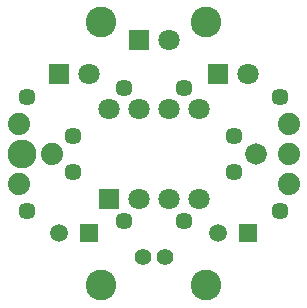
<source format=gts>
G75*
G70*
%OFA0B0*%
%FSLAX24Y24*%
%IPPOS*%
%LPD*%
%AMOC8*
5,1,8,0,0,1.08239X$1,22.5*
%
%ADD10R,0.0596X0.0596*%
%ADD11C,0.0596*%
%ADD12R,0.0710X0.0710*%
%ADD13C,0.0710*%
%ADD14C,0.0570*%
%ADD15C,0.0965*%
%ADD16C,0.0720*%
%ADD17C,0.0556*%
%ADD18C,0.0740*%
%ADD19C,0.1025*%
D10*
X003113Y011947D03*
X008413Y011947D03*
D11*
X007413Y011947D03*
X002113Y011947D03*
D12*
X003763Y013097D03*
X002113Y017247D03*
X004763Y018397D03*
X007413Y017247D03*
D13*
X006763Y016097D03*
X005763Y016097D03*
X004763Y016097D03*
X003763Y016097D03*
X003113Y017247D03*
X004763Y013097D03*
X005763Y013097D03*
X006763Y013097D03*
X008413Y017247D03*
X005763Y018397D03*
D14*
X006263Y016797D03*
X007947Y015204D03*
X007947Y013990D03*
X009479Y012704D03*
X009479Y016490D03*
X006263Y012357D03*
X004263Y012357D03*
X002579Y013990D03*
X002579Y015204D03*
X001047Y016490D03*
X001047Y012704D03*
X004263Y016797D03*
D15*
X000863Y014597D03*
D16*
X008663Y014597D03*
D17*
X005637Y011161D03*
X004889Y011161D03*
D18*
X001863Y014597D03*
X000763Y015597D03*
X000763Y013597D03*
X009763Y013597D03*
X009763Y014597D03*
X009763Y015597D03*
D19*
X003513Y010217D03*
X007013Y010217D03*
X007013Y018977D03*
X003513Y018977D03*
M02*

</source>
